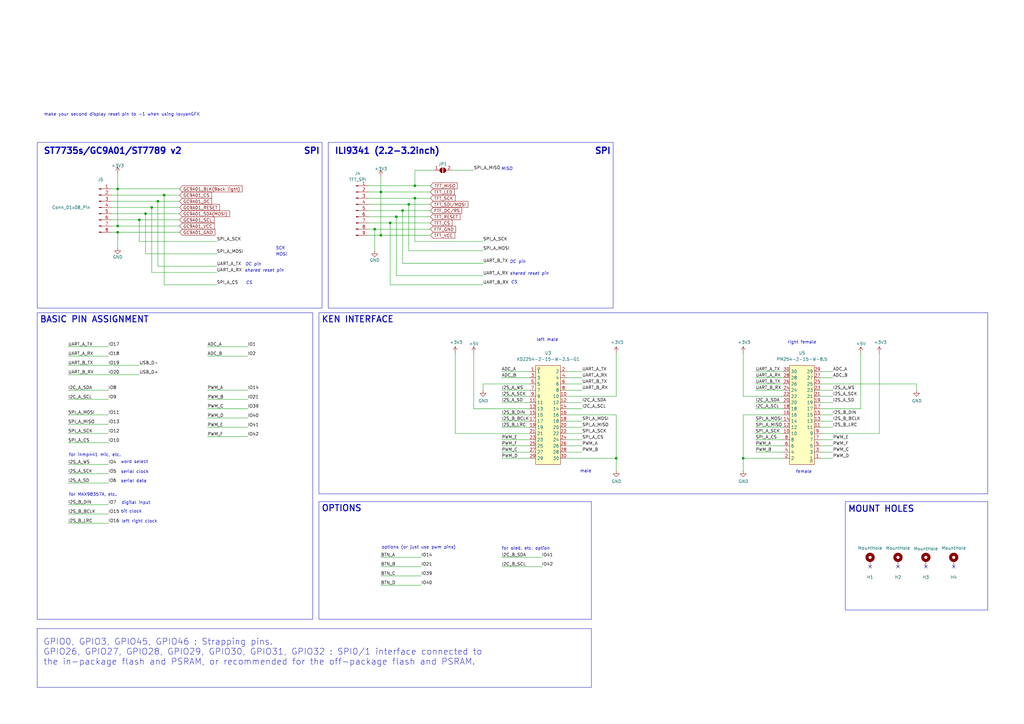
<source format=kicad_sch>
(kicad_sch (version 20250114) (generator "eeschema") (generator_version "9.0")
  (paper "A3")
  (title_block (title "SmartKnob View") (rev "${RELEASE_VERSION}") (company "Scott Bezek") (comment 2 "${COMMIT_DATE_LONG}") (comment 3 "${COMMIT_HASH}"))
  (lib_symbols
    (symbol "Connector:Conn_01x08_Pin" (pin_names (offset 1.016) (hide yes))
      (property "Reference" "J" (at 0 10.16 0))
      (property "Value" "Conn_01x08_Pin" (at 0 -12.7 0))
      (symbol "Conn_01x08_Pin_1_1"
        (rectangle (start 0.8636 7.747) (end 0 7.493) (stroke (width 0.1524)) (fill (type outline)))
        (rectangle (start 0.8636 5.207) (end 0 4.953) (stroke (width 0.1524)) (fill (type outline)))
        (rectangle (start 0.8636 2.667) (end 0 2.413) (stroke (width 0.1524)) (fill (type outline)))
        (rectangle (start 0.8636 0.127) (end 0 -0.127) (stroke (width 0.1524)) (fill (type outline)))
        (rectangle (start 0.8636 -2.413) (end 0 -2.667) (stroke (width 0.1524)) (fill (type outline)))
        (rectangle (start 0.8636 -4.953) (end 0 -5.207) (stroke (width 0.1524)) (fill (type outline)))
        (rectangle (start 0.8636 -7.493) (end 0 -7.747) (stroke (width 0.1524)) (fill (type outline)))
        (rectangle (start 0.8636 -10.033) (end 0 -10.287) (stroke (width 0.1524)) (fill (type outline)))
        (polyline (pts (xy 1.27 7.62) (xy 0.8636 7.62)) (stroke (width 0.1524)))
        (polyline (pts (xy 1.27 5.08) (xy 0.8636 5.08)) (stroke (width 0.1524)))
        (polyline (pts (xy 1.27 2.54) (xy 0.8636 2.54)) (stroke (width 0.1524)))
        (polyline (pts (xy 1.27 0) (xy 0.8636 0)) (stroke (width 0.1524)))
        (polyline (pts (xy 1.27 -2.54) (xy 0.8636 -2.54)) (stroke (width 0.1524)))
        (polyline (pts (xy 1.27 -5.08) (xy 0.8636 -5.08)) (stroke (width 0.1524)))
        (polyline (pts (xy 1.27 -7.62) (xy 0.8636 -7.62)) (stroke (width 0.1524)))
        (polyline (pts (xy 1.27 -10.16) (xy 0.8636 -10.16)) (stroke (width 0.1524)))
        (pin passive line (at 5.08 7.62 180) (length 3.81) (name "Pin_1") (number "1"))
        (pin passive line (at 5.08 5.08 180) (length 3.81) (name "Pin_2") (number "2"))
        (pin passive line (at 5.08 2.54 180) (length 3.81) (name "Pin_3") (number "3"))
        (pin passive line (at 5.08 0 180) (length 3.81) (name "Pin_4") (number "4"))
        (pin passive line (at 5.08 -2.54 180) (length 3.81) (name "Pin_5") (number "5"))
        (pin passive line (at 5.08 -5.08 180) (length 3.81) (name "Pin_6") (number "6"))
        (pin passive line (at 5.08 -7.62 180) (length 3.81) (name "Pin_7") (number "7"))
        (pin passive line (at 5.08 -10.16 180) (length 3.81) (name "Pin_8") (number "8"))
      )
    )
    (symbol "Connector:Conn_01x09_Male" (pin_names (offset 1.016) (hide yes))
      (property "Reference" "J" (at 0 12.7 0))
      (property "Value" "Conn_01x09_Male" (at 0 -12.7 0))
      (symbol "Conn_01x09_Male_1_1"
        (rectangle (start 0.8636 10.287) (end 0 10.033) (stroke (width 0.1524)) (fill (type outline)))
        (rectangle (start 0.8636 7.747) (end 0 7.493) (stroke (width 0.1524)) (fill (type outline)))
        (rectangle (start 0.8636 5.207) (end 0 4.953) (stroke (width 0.1524)) (fill (type outline)))
        (rectangle (start 0.8636 2.667) (end 0 2.413) (stroke (width 0.1524)) (fill (type outline)))
        (rectangle (start 0.8636 0.127) (end 0 -0.127) (stroke (width 0.1524)) (fill (type outline)))
        (rectangle (start 0.8636 -2.413) (end 0 -2.667) (stroke (width 0.1524)) (fill (type outline)))
        (rectangle (start 0.8636 -4.953) (end 0 -5.207) (stroke (width 0.1524)) (fill (type outline)))
        (rectangle (start 0.8636 -7.493) (end 0 -7.747) (stroke (width 0.1524)) (fill (type outline)))
        (rectangle (start 0.8636 -10.033) (end 0 -10.287) (stroke (width 0.1524)) (fill (type outline)))
        (polyline (pts (xy 1.27 10.16) (xy 0.8636 10.16)) (stroke (width 0.1524)))
        (polyline (pts (xy 1.27 7.62) (xy 0.8636 7.62)) (stroke (width 0.1524)))
        (polyline (pts (xy 1.27 5.08) (xy 0.8636 5.08)) (stroke (width 0.1524)))
        (polyline (pts (xy 1.27 2.54) (xy 0.8636 2.54)) (stroke (width 0.1524)))
        (polyline (pts (xy 1.27 0) (xy 0.8636 0)) (stroke (width 0.1524)))
        (polyline (pts (xy 1.27 -2.54) (xy 0.8636 -2.54)) (stroke (width 0.1524)))
        (polyline (pts (xy 1.27 -5.08) (xy 0.8636 -5.08)) (stroke (width 0.1524)))
        (polyline (pts (xy 1.27 -7.62) (xy 0.8636 -7.62)) (stroke (width 0.1524)))
        (polyline (pts (xy 1.27 -10.16) (xy 0.8636 -10.16)) (stroke (width 0.1524)))
        (pin passive line (at 5.08 10.16 180) (length 3.81) (name "Pin_1") (number "1"))
        (pin passive line (at 5.08 7.62 180) (length 3.81) (name "Pin_2") (number "2"))
        (pin passive line (at 5.08 5.08 180) (length 3.81) (name "Pin_3") (number "3"))
        (pin passive line (at 5.08 2.54 180) (length 3.81) (name "Pin_4") (number "4"))
        (pin passive line (at 5.08 0 180) (length 3.81) (name "Pin_5") (number "5"))
        (pin passive line (at 5.08 -2.54 180) (length 3.81) (name "Pin_6") (number "6"))
        (pin passive line (at 5.08 -5.08 180) (length 3.81) (name "Pin_7") (number "7"))
        (pin passive line (at 5.08 -7.62 180) (length 3.81) (name "Pin_8") (number "8"))
        (pin passive line (at 5.08 -10.16 180) (length 3.81) (name "Pin_9") (number "9"))
      )
    )
    (symbol "Jumper:SolderJumper_2_Open" (pin_names (offset 0) (hide yes))
      (property "Reference" "JP" (at 0 2.032 0))
      (property "Value" "SolderJumper_2_Open" (at 0 -2.54 0))
      (symbol "SolderJumper_2_Open_0_1"
        (polyline (pts (xy -0.254 1.016) (xy -0.254 -1.016)))
        (arc (start -0.254 -1.016) (mid -1.2656 0) (end -0.254 1.016))
        (arc (start -0.254 -1.016) (mid -1.2656 0) (end -0.254 1.016) (fill (type outline)))
        (arc (start 0.254 1.016) (mid 1.2656 0) (end 0.254 -1.016))
        (arc (start 0.254 1.016) (mid 1.2656 0) (end 0.254 -1.016) (fill (type outline)))
        (polyline (pts (xy 0.254 1.016) (xy 0.254 -1.016)))
      )
      (symbol "SolderJumper_2_Open_1_1"
        (pin passive line (at -3.81 0 0) (length 2.54) (name "A") (number "1"))
        (pin passive line (at 3.81 0 180) (length 2.54) (name "B") (number "2"))
      )
    )
    (symbol "Mechanical:MountingHole_Pad" (pin_numbers (hide yes)) (pin_names (offset 1.016) (hide yes))
      (property "Reference" "H" (at 0 6.35 0))
      (property "Value" "MountingHole_Pad" (at 0 4.445 0))
      (symbol "MountingHole_Pad_0_1"
        (circle (center 0 1.27) (radius 1.27) (stroke (width 1.27)))
      )
      (symbol "MountingHole_Pad_1_1"
        (pin input line (at 0 -2.54 90) (length 2.54) (name "1") (number "1"))
      )
    )
    (symbol "PM254-2-15-W-8.5:PM254-2-15-W-8.5"
      (property "Reference" "U" (at 0 22.86 0))
      (property "Value" "PM254-2-15-W-8.5" (at 0 -22.86 0))
      (symbol "PM254-2-15-W-8.5_0_1"
        (rectangle (start -5.08 20.32) (end 5.08 -20.32) (fill (type background)))
        (circle (center -3.81 19.05) (radius 0.38))
        (pin unspecified line (at -7.62 17.78 0) (length 2.54) (name "1") (number "1"))
        (pin unspecified line (at -7.62 15.24 0) (length 2.54) (name "3") (number "3"))
        (pin unspecified line (at -7.62 12.7 0) (length 2.54) (name "5") (number "5"))
        (pin unspecified line (at -7.62 10.16 0) (length 2.54) (name "7") (number "7"))
        (pin unspecified line (at -7.62 7.62 0) (length 2.54) (name "9") (number "9"))
        (pin unspecified line (at -7.62 5.08 0) (length 2.54) (name "11") (number "11"))
        (pin unspecified line (at -7.62 2.54 0) (length 2.54) (name "13") (number "13"))
        (pin unspecified line (at -7.62 0 0) (length 2.54) (name "15") (number "15"))
        (pin unspecified line (at -7.62 -2.54 0) (length 2.54) (name "17") (number "17"))
        (pin unspecified line (at -7.62 -5.08 0) (length 2.54) (name "19") (number "19"))
        (pin unspecified line (at -7.62 -7.62 0) (length 2.54) (name "21") (number "21"))
        (pin unspecified line (at -7.62 -10.16 0) (length 2.54) (name "23") (number "23"))
        (pin unspecified line (at -7.62 -12.7 0) (length 2.54) (name "25") (number "25"))
        (pin unspecified line (at -7.62 -15.24 0) (length 2.54) (name "27") (number "27"))
        (pin unspecified line (at -7.62 -17.78 0) (length 2.54) (name "29") (number "29"))
        (pin unspecified line (at 7.62 17.78 180) (length 2.54) (name "2") (number "2"))
        (pin unspecified line (at 7.62 15.24 180) (length 2.54) (name "4") (number "4"))
        (pin unspecified line (at 7.62 12.7 180) (length 2.54) (name "6") (number "6"))
        (pin unspecified line (at 7.62 10.16 180) (length 2.54) (name "8") (number "8"))
        (pin unspecified line (at 7.62 7.62 180) (length 2.54) (name "10") (number "10"))
        (pin unspecified line (at 7.62 5.08 180) (length 2.54) (name "12") (number "12"))
        (pin unspecified line (at 7.62 2.54 180) (length 2.54) (name "14") (number "14"))
        (pin unspecified line (at 7.62 0 180) (length 2.54) (name "16") (number "16"))
        (pin unspecified line (at 7.62 -2.54 180) (length 2.54) (name "18") (number "18"))
        (pin unspecified line (at 7.62 -5.08 180) (length 2.54) (name "20") (number "20"))
        (pin unspecified line (at 7.62 -7.62 180) (length 2.54) (name "22") (number "22"))
        (pin unspecified line (at 7.62 -10.16 180) (length 2.54) (name "24") (number "24"))
        (pin unspecified line (at 7.62 -12.7 180) (length 2.54) (name "26") (number "26"))
        (pin unspecified line (at 7.62 -15.24 180) (length 2.54) (name "28") (number "28"))
        (pin unspecified line (at 7.62 -17.78 180) (length 2.54) (name "30") (number "30"))
      )
    )
    (symbol "XDZ254-2-15-W-2.5-G1:XDZ254-2-15-W-2.5-G1"
      (property "Reference" "U" (at 0 22.86 0))
      (property "Value" "XDZ254-2-15-W-2.5-G1" (at 0 -22.86 0))
      (symbol "XDZ254-2-15-W-2.5-G1_0_1"
        (rectangle (start -5.08 20.32) (end 5.08 -20.32) (fill (type background)))
        (circle (center -3.81 19.05) (radius 0.38))
        (pin unspecified line (at -7.62 17.78 0) (length 2.54) (name "1") (number "1"))
        (pin unspecified line (at -7.62 15.24 0) (length 2.54) (name "3") (number "3"))
        (pin unspecified line (at -7.62 12.7 0) (length 2.54) (name "5") (number "5"))
        (pin unspecified line (at -7.62 10.16 0) (length 2.54) (name "7") (number "7"))
        (pin unspecified line (at -7.62 7.62 0) (length 2.54) (name "9") (number "9"))
        (pin unspecified line (at -7.62 5.08 0) (length 2.54) (name "11") (number "11"))
        (pin unspecified line (at -7.62 2.54 0) (length 2.54) (name "13") (number "13"))
        (pin unspecified line (at -7.62 0 0) (length 2.54) (name "15") (number "15"))
        (pin unspecified line (at -7.62 -2.54 0) (length 2.54) (name "17") (number "17"))
        (pin unspecified line (at -7.62 -5.08 0) (length 2.54) (name "19") (number "19"))
        (pin unspecified line (at -7.62 -7.62 0) (length 2.54) (name "21") (number "21"))
        (pin unspecified line (at -7.62 -10.16 0) (length 2.54) (name "23") (number "23"))
        (pin unspecified line (at -7.62 -12.7 0) (length 2.54) (name "25") (number "25"))
        (pin unspecified line (at -7.62 -15.24 0) (length 2.54) (name "27") (number "27"))
        (pin unspecified line (at -7.62 -17.78 0) (length 2.54) (name "29") (number "29"))
        (pin unspecified line (at 7.62 17.78 180) (length 2.54) (name "2") (number "2"))
        (pin unspecified line (at 7.62 15.24 180) (length 2.54) (name "4") (number "4"))
        (pin unspecified line (at 7.62 12.7 180) (length 2.54) (name "6") (number "6"))
        (pin unspecified line (at 7.62 10.16 180) (length 2.54) (name "8") (number "8"))
        (pin unspecified line (at 7.62 7.62 180) (length 2.54) (name "10") (number "10"))
        (pin unspecified line (at 7.62 5.08 180) (length 2.54) (name "12") (number "12"))
        (pin unspecified line (at 7.62 2.54 180) (length 2.54) (name "14") (number "14"))
        (pin unspecified line (at 7.62 0 180) (length 2.54) (name "16") (number "16"))
        (pin unspecified line (at 7.62 -2.54 180) (length 2.54) (name "18") (number "18"))
        (pin unspecified line (at 7.62 -5.08 180) (length 2.54) (name "20") (number "20"))
        (pin unspecified line (at 7.62 -7.62 180) (length 2.54) (name "22") (number "22"))
        (pin unspecified line (at 7.62 -10.16 180) (length 2.54) (name "24") (number "24"))
        (pin unspecified line (at 7.62 -12.7 180) (length 2.54) (name "26") (number "26"))
        (pin unspecified line (at 7.62 -15.24 180) (length 2.54) (name "28") (number "28"))
        (pin unspecified line (at 7.62 -17.78 180) (length 2.54) (name "30") (number "30"))
      )
    )
    (symbol "power:+3.3V" (power) (pin_names (offset 0))
      (property "Value" "+3.3V" (at 0 3.556 0))
      (symbol "+3.3V_0_1"
        (polyline (pts (xy -0.762 1.27) (xy 0 2.54)))
        (polyline (pts (xy 0 2.54) (xy 0.762 1.27)))
        (polyline (pts (xy 0 0) (xy 0 2.54)))
      )
      (symbol "+3.3V_1_1"
        (pin power_in line (at 0 0 90) (length 0) (hide yes) (name "+3V3") (number "1"))
      )
    )
    (symbol "power:+5V" (power) (pin_names (offset 0))
      (property "Value" "+5V" (at 0 3.556 0))
      (symbol "+5V_0_1"
        (polyline (pts (xy -0.762 1.27) (xy 0 2.54)))
        (polyline (pts (xy 0 2.54) (xy 0.762 1.27)))
        (polyline (pts (xy 0 0) (xy 0 2.54)))
      )
      (symbol "+5V_1_1"
        (pin power_in line (at 0 0 90) (length 0) (hide yes) (name "+5V") (number "1"))
      )
    )
    (symbol "power:GND" (power) (pin_names (offset 0))
      (property "Value" "GND" (at 0 -3.81 0))
      (symbol "GND_0_1"
        (polyline (pts (xy 0 0) (xy 0 -1.27) (xy 1.27 -1.27) (xy 0 -2.54) (xy -1.27 -1.27) (xy 0 -1.27)))
      )
      (symbol "GND_1_1"
        (pin power_in line (at 0 0 270) (length 0) (hide yes) (name "GND") (number "1"))
      )
    )
  )
  (rectangle (start 134.62 58.42) (end 251.46 126.365))
  (rectangle (start 346.71 205.74) (end 405.13 250.19))
  (rectangle (start 15.24 257.81) (end 242.57 281.94))
  (rectangle (start 130.81 128.27) (end 405.13 202.565))
  (rectangle (start 130.81 205.74) (end 242.57 254))
  (rectangle (start 15.24 58.42) (end 132.08 126.365))
  (rectangle (start 15.24 128.27) (end 128.27 254))
  (text "shared reset pin" (at 209.042 113.03 0) (effects (font (size 1.27 1.27) (italic yes)) (justify left bottom)))
  (text "for MAX98357A, etc." (at 28.194 202.946 0) (effects (font (size 1.27 1.27)) (justify left)))
  (text "KEN INTERFACE" (at 131.826 132.588 0) (effects (font (size 2.54 2.54) (thickness 0.4013) (bold yes)) (justify left bottom)))
  (text "GPIO0, GPIO3, GPIO45, GPIO46 : Strapping pins.\nGPIO26, GPIO27, GPIO28, GPIO29, GPIO30, GPIO31, GPIO32 : SPI0/1 interface connected to\nthe in-package flash and PSRAM, or recommended for the off-package flash and PSRAM." (at 17.78 261.874 0) (effects (font (size 2.54 2.54)) (justify left top)))
  (text "SCK\n" (at 113.03 102.616 0) (effects (font (size 1.27 1.27) (italic yes)) (justify left bottom)))
  (text "SPI" (at 124.46 63.5 0) (effects (font (size 2.54 2.54) (bold yes)) (justify left bottom)))
  (text "MOUNT HOLES" (at 347.726 210.312 0) (effects (font (size 2.54 2.54) (thickness 0.4013) (bold yes)) (justify left bottom)))
  (text "right female" (at 328.93 140.462 0) (effects (font (size 1.27 1.27))))
  (text "female" (at 329.692 193.548 0) (effects (font (size 1.27 1.27))))
  (text "DC pin" (at 209.042 108.204 0) (effects (font (size 1.27 1.27) (italic yes)) (justify left bottom)))
  (text "word select" (at 49.53 190.246 0) (effects (font (size 1.27 1.27)) (justify left bottom)))
  (text "MISO" (at 205.486 70.104 0) (effects (font (size 1.27 1.27) (italic yes)) (justify left bottom)))
  (text "BASIC PIN ASSIGNMENT" (at 16.256 132.588 0) (effects (font (size 2.54 2.54) (thickness 0.4013) (bold yes)) (justify left bottom)))
  (text "male" (at 240.284 193.294 0) (effects (font (size 1.27 1.27))))
  (text "serial clock" (at 49.53 194.31 0) (effects (font (size 1.27 1.27)) (justify left bottom)))
  (text "shared reset pin" (at 100.33 111.76 0) (effects (font (size 1.27 1.27) (italic yes)) (justify left bottom)))
  (text "left right clock" (at 49.784 214.63 0) (effects (font (size 1.27 1.27)) (justify left bottom)))
  (text "bit clock" (at 49.53 210.566 0) (effects (font (size 1.27 1.27)) (justify left bottom)))
  (text "MOSI" (at 113.03 105.156 0) (effects (font (size 1.27 1.27) (italic yes)) (justify left bottom)))
  (text "left male" (at 224.536 139.446 0) (effects (font (size 1.27 1.27))))
  (text "DC pin" (at 100.584 109.22 0) (effects (font (size 1.27 1.27) (italic yes)) (justify left bottom)))
  (text "OPTIONS" (at 131.826 210.058 0) (effects (font (size 2.54 2.54) (thickness 0.4013) (bold yes)) (justify left bottom)))
  (text "CS" (at 100.838 116.84 0) (effects (font (size 1.27 1.27) (italic yes)) (justify left bottom)))
  (text "SPI" (at 243.84 63.5 0) (effects (font (size 2.54 2.54) (bold yes)) (justify left bottom)))
  (text "ST7735s/GC9A01/ST7789 v2" (at 17.78 63.5 0) (effects (font (size 2.54 2.54) (bold yes)) (justify left bottom)))
  (text "ILI9341 (2.2-3.2inch)" (at 137.16 63.5 0) (effects (font (size 2.54 2.54) (bold yes)) (justify left bottom)))
  (text "options (or just use pwm pins)" (at 156.464 225.298 0) (effects (font (size 1.27 1.27)) (justify left bottom)))
  (text "CS" (at 209.55 116.586 0) (effects (font (size 1.27 1.27) (italic yes)) (justify left bottom)))
  (text "digital input" (at 49.784 207.01 0) (effects (font (size 1.27 1.27)) (justify left bottom)))
  (text "serial data" (at 49.53 198.12 0) (effects (font (size 1.27 1.27)) (justify left bottom)))
  (text "for oled, etc. option" (at 205.74 224.282 0) (effects (font (size 1.27 1.27)) (justify left top)))
  (text "make your second display reset pin to -1 when using lovyanGFX" (at 18.034 47.752 0) (effects (font (size 1.27 1.27)) (justify left bottom)))
  (text "for inmp441 mic, etc." (at 28.194 185.928 0) (effects (font (size 1.27 1.27)) (justify left top)))
  (junction (at 156.21 96.52))
  (junction (at 156.21 78.74))
  (junction (at 252.73 187.96))
  (junction (at 64.77 82.55))
  (junction (at 165.1 86.36))
  (junction (at 170.18 76.2))
  (junction (at 62.23 85.09))
  (junction (at 59.69 87.63))
  (junction (at 167.64 83.82))
  (junction (at 67.31 80.01))
  (junction (at 170.18 81.28))
  (junction (at 48.26 77.47))
  (junction (at 48.26 92.71))
  (junction (at 304.8 187.96))
  (junction (at 153.67 93.98))
  (junction (at 162.56 88.9))
  (junction (at 57.15 90.17))
  (junction (at 160.02 91.44))
  (junction (at 48.26 95.25))
  (no_connect (at 368.3 232.41))
  (no_connect (at 356.87 232.41))
  (no_connect (at 391.16 232.41))
  (no_connect (at 379.73 232.41))
  (wire (pts (xy 151.13 96.52) (xy 156.21 96.52)))
  (wire (pts (xy 170.18 76.2) (xy 176.53 76.2)))
  (wire (pts (xy 170.18 81.28) (xy 170.18 99.06)))
  (wire (pts (xy 162.56 88.9) (xy 162.56 113.03)))
  (wire (pts (xy 252.73 170.18) (xy 232.41 170.18)))
  (wire (pts (xy 252.73 187.96) (xy 252.73 193.04)))
  (wire (pts (xy 186.69 144.78) (xy 186.69 177.8)))
  (wire (pts (xy 27.94 149.86) (xy 57.15 149.86)))
  (wire (pts (xy 165.1 86.36) (xy 176.53 86.36)))
  (wire (pts (xy 156.21 240.03) (xy 172.72 240.03)))
  (wire (pts (xy 27.94 181.61) (xy 44.45 181.61)))
  (wire (pts (xy 217.17 162.56) (xy 205.74 162.56)))
  (wire (pts (xy 238.76 177.8) (xy 232.41 177.8)))
  (wire (pts (xy 156.21 96.52) (xy 176.53 96.52)))
  (wire (pts (xy 309.88 177.8) (xy 321.31 177.8)))
  (wire (pts (xy 198.12 157.48) (xy 198.12 160.02)))
  (wire (pts (xy 151.13 86.36) (xy 165.1 86.36)))
  (wire (pts (xy 309.88 180.34) (xy 321.31 180.34)))
  (wire (pts (xy 160.02 91.44) (xy 160.02 116.84)))
  (wire (pts (xy 217.17 187.96) (xy 205.74 187.96)))
  (wire (pts (xy 336.55 170.18) (xy 341.63 170.18)))
  (wire (pts (xy 238.76 172.72) (xy 232.41 172.72)))
  (wire (pts (xy 217.17 182.88) (xy 205.74 182.88)))
  (wire (pts (xy 27.94 146.05) (xy 44.45 146.05)))
  (wire (pts (xy 336.55 185.42) (xy 341.63 185.42)))
  (wire (pts (xy 85.09 167.64) (xy 101.6 167.64)))
  (wire (pts (xy 57.15 99.06) (xy 57.15 90.17)))
  (wire (pts (xy 321.31 187.96) (xy 304.8 187.96)))
  (wire (pts (xy 309.88 157.48) (xy 321.31 157.48)))
  (wire (pts (xy 309.88 182.88) (xy 321.31 182.88)))
  (wire (pts (xy 304.8 187.96) (xy 304.8 193.04)))
  (wire (pts (xy 85.09 160.02) (xy 101.6 160.02)))
  (wire (pts (xy 304.8 162.56) (xy 321.31 162.56)))
  (wire (pts (xy 336.55 157.48) (xy 375.92 157.48)))
  (wire (pts (xy 153.67 93.98) (xy 176.53 93.98)))
  (wire (pts (xy 217.17 157.48) (xy 198.12 157.48)))
  (wire (pts (xy 217.17 160.02) (xy 205.74 160.02)))
  (wire (pts (xy 309.88 154.94) (xy 321.31 154.94)))
  (wire (pts (xy 45.72 90.17) (xy 57.15 90.17)))
  (wire (pts (xy 45.72 85.09) (xy 62.23 85.09)))
  (wire (pts (xy 309.88 172.72) (xy 321.31 172.72)))
  (wire (pts (xy 151.13 78.74) (xy 156.21 78.74)))
  (wire (pts (xy 27.94 170.18) (xy 44.45 170.18)))
  (wire (pts (xy 59.69 87.63) (xy 73.66 87.63)))
  (wire (pts (xy 48.26 92.71) (xy 73.66 92.71)))
  (wire (pts (xy 62.23 111.76) (xy 88.9 111.76)))
  (wire (pts (xy 336.55 162.56) (xy 341.63 162.56)))
  (wire (pts (xy 238.76 165.1) (xy 232.41 165.1)))
  (wire (pts (xy 309.88 185.42) (xy 321.31 185.42)))
  (wire (pts (xy 156.21 236.22) (xy 172.72 236.22)))
  (wire (pts (xy 48.26 95.25) (xy 73.66 95.25)))
  (wire (pts (xy 238.76 167.64) (xy 232.41 167.64)))
  (wire (pts (xy 360.68 177.8) (xy 336.55 177.8)))
  (wire (pts (xy 336.55 165.1) (xy 341.63 165.1)))
  (wire (pts (xy 336.55 160.02) (xy 341.63 160.02)))
  (wire (pts (xy 194.31 144.78) (xy 194.31 167.64)))
  (wire (pts (xy 238.76 160.02) (xy 232.41 160.02)))
  (wire (pts (xy 217.17 175.26) (xy 205.74 175.26)))
  (wire (pts (xy 27.94 173.99) (xy 44.45 173.99)))
  (wire (pts (xy 336.55 172.72) (xy 341.63 172.72)))
  (wire (pts (xy 160.02 91.44) (xy 176.53 91.44)))
  (wire (pts (xy 156.21 72.39) (xy 156.21 78.74)))
  (wire (pts (xy 57.15 90.17) (xy 73.66 90.17)))
  (wire (pts (xy 205.74 228.6) (xy 222.25 228.6)))
  (wire (pts (xy 309.88 167.64) (xy 321.31 167.64)))
  (wire (pts (xy 217.17 154.94) (xy 205.74 154.94)))
  (wire (pts (xy 353.06 167.64) (xy 336.55 167.64)))
  (wire (pts (xy 217.17 165.1) (xy 205.74 165.1)))
  (wire (pts (xy 57.15 99.06) (xy 88.9 99.06)))
  (wire (pts (xy 309.88 175.26) (xy 321.31 175.26)))
  (wire (pts (xy 167.64 83.82) (xy 167.64 102.87)))
  (wire (pts (xy 309.88 160.02) (xy 321.31 160.02)))
  (wire (pts (xy 165.1 86.36) (xy 165.1 107.95)))
  (wire (pts (xy 48.26 77.47) (xy 73.66 77.47)))
  (wire (pts (xy 170.18 69.85) (xy 177.8 69.85)))
  (wire (pts (xy 44.45 163.83) (xy 27.94 163.83)))
  (wire (pts (xy 62.23 85.09) (xy 62.23 111.76)))
  (wire (pts (xy 170.18 81.28) (xy 176.53 81.28)))
  (wire (pts (xy 336.55 187.96) (xy 341.63 187.96)))
  (wire (pts (xy 151.13 88.9) (xy 162.56 88.9)))
  (wire (pts (xy 170.18 99.06) (xy 198.12 99.06)))
  (wire (pts (xy 45.72 87.63) (xy 59.69 87.63)))
  (wire (pts (xy 64.77 109.22) (xy 88.9 109.22)))
  (wire (pts (xy 217.17 172.72) (xy 205.74 172.72)))
  (wire (pts (xy 67.31 80.01) (xy 73.66 80.01)))
  (wire (pts (xy 252.73 144.78) (xy 252.73 162.56)))
  (wire (pts (xy 156.21 78.74) (xy 176.53 78.74)))
  (wire (pts (xy 165.1 107.95) (xy 198.12 107.95)))
  (wire (pts (xy 170.18 76.2) (xy 170.18 69.85)))
  (wire (pts (xy 151.13 93.98) (xy 153.67 93.98)))
  (wire (pts (xy 67.31 116.84) (xy 88.9 116.84)))
  (wire (pts (xy 217.17 152.4) (xy 205.74 152.4)))
  (wire (pts (xy 238.76 182.88) (xy 232.41 182.88)))
  (wire (pts (xy 48.26 71.12) (xy 48.26 77.47)))
  (wire (pts (xy 59.69 104.14) (xy 59.69 87.63)))
  (wire (pts (xy 64.77 82.55) (xy 73.66 82.55)))
  (wire (pts (xy 27.94 207.01) (xy 44.45 207.01)))
  (wire (pts (xy 27.94 210.82) (xy 44.45 210.82)))
  (wire (pts (xy 85.09 179.07) (xy 101.6 179.07)))
  (wire (pts (xy 252.73 170.18) (xy 252.73 187.96)))
  (wire (pts (xy 252.73 187.96) (xy 232.41 187.96)))
  (wire (pts (xy 85.09 163.83) (xy 101.6 163.83)))
  (wire (pts (xy 45.72 95.25) (xy 48.26 95.25)))
  (wire (pts (xy 162.56 113.03) (xy 198.12 113.03)))
  (wire (pts (xy 27.94 190.5) (xy 44.45 190.5)))
  (wire (pts (xy 238.76 154.94) (xy 232.41 154.94)))
  (wire (pts (xy 217.17 185.42) (xy 205.74 185.42)))
  (wire (pts (xy 336.55 152.4) (xy 341.63 152.4)))
  (wire (pts (xy 85.09 175.26) (xy 101.6 175.26)))
  (wire (pts (xy 151.13 76.2) (xy 170.18 76.2)))
  (wire (pts (xy 27.94 198.12) (xy 44.45 198.12)))
  (wire (pts (xy 85.09 146.05) (xy 101.6 146.05)))
  (wire (pts (xy 238.76 152.4) (xy 232.41 152.4)))
  (wire (pts (xy 205.74 232.41) (xy 222.25 232.41)))
  (wire (pts (xy 309.88 152.4) (xy 321.31 152.4)))
  (wire (pts (xy 238.76 175.26) (xy 232.41 175.26)))
  (wire (pts (xy 64.77 109.22) (xy 64.77 82.55)))
  (wire (pts (xy 59.69 104.14) (xy 88.9 104.14)))
  (wire (pts (xy 238.76 185.42) (xy 232.41 185.42)))
  (wire (pts (xy 238.76 180.34) (xy 232.41 180.34)))
  (wire (pts (xy 353.06 144.78) (xy 353.06 167.64)))
  (wire (pts (xy 321.31 170.18) (xy 304.8 170.18)))
  (wire (pts (xy 167.64 83.82) (xy 176.53 83.82)))
  (wire (pts (xy 167.64 102.87) (xy 198.12 102.87)))
  (wire (pts (xy 375.92 157.48) (xy 375.92 160.02)))
  (wire (pts (xy 336.55 182.88) (xy 341.63 182.88)))
  (wire (pts (xy 45.72 82.55) (xy 64.77 82.55)))
  (wire (pts (xy 360.68 144.78) (xy 360.68 177.8)))
  (wire (pts (xy 27.94 160.02) (xy 44.45 160.02)))
  (wire (pts (xy 309.88 165.1) (xy 321.31 165.1)))
  (wire (pts (xy 162.56 88.9) (xy 176.53 88.9)))
  (wire (pts (xy 48.26 95.25) (xy 48.26 101.6)))
  (wire (pts (xy 304.8 144.78) (xy 304.8 162.56)))
  (wire (pts (xy 238.76 157.48) (xy 232.41 157.48)))
  (wire (pts (xy 160.02 116.84) (xy 198.12 116.84)))
  (wire (pts (xy 185.42 69.85) (xy 194.31 69.85)))
  (wire (pts (xy 27.94 142.24) (xy 44.45 142.24)))
  (wire (pts (xy 27.94 194.31) (xy 44.45 194.31)))
  (wire (pts (xy 156.21 96.52) (xy 156.21 78.74)))
  (wire (pts (xy 85.09 142.24) (xy 101.6 142.24)))
  (wire (pts (xy 304.8 170.18) (xy 304.8 187.96)))
  (wire (pts (xy 156.21 228.6) (xy 172.72 228.6)))
  (wire (pts (xy 186.69 177.8) (xy 217.17 177.8)))
  (wire (pts (xy 62.23 85.09) (xy 73.66 85.09)))
  (wire (pts (xy 48.26 77.47) (xy 48.26 92.71)))
  (wire (pts (xy 194.31 167.64) (xy 217.17 167.64)))
  (wire (pts (xy 336.55 154.94) (xy 341.63 154.94)))
  (wire (pts (xy 336.55 175.26) (xy 341.63 175.26)))
  (wire (pts (xy 85.09 171.45) (xy 101.6 171.45)))
  (wire (pts (xy 67.31 80.01) (xy 67.31 116.84)))
  (wire (pts (xy 45.72 80.01) (xy 67.31 80.01)))
  (wire (pts (xy 217.17 170.18) (xy 205.74 170.18)))
  (wire (pts (xy 151.13 81.28) (xy 170.18 81.28)))
  (wire (pts (xy 27.94 214.63) (xy 44.45 214.63)))
  (wire (pts (xy 252.73 162.56) (xy 232.41 162.56)))
  (wire (pts (xy 45.72 77.47) (xy 48.26 77.47)))
  (wire (pts (xy 45.72 92.71) (xy 48.26 92.71)))
  (wire (pts (xy 217.17 180.34) (xy 205.74 180.34)))
  (wire (pts (xy 336.55 180.34) (xy 341.63 180.34)))
  (wire (pts (xy 156.21 232.41) (xy 172.72 232.41)))
  (wire (pts (xy 151.13 83.82) (xy 167.64 83.82)))
  (wire (pts (xy 151.13 91.44) (xy 160.02 91.44)))
  (wire (pts (xy 27.94 177.8) (xy 44.45 177.8)))
  (wire (pts (xy 27.94 153.67) (xy 57.15 153.67)))
  (wire (pts (xy 153.67 93.98) (xy 153.67 102.87)))
  (label "UART_B_RX" (at 238.76 160.02 0))
  (label "PWM_E" (at 205.74 180.34 0))
  (label "SPI_A_SCK" (at 88.9 99.06 0))
  (label "I2S_A_WS" (at 27.94 190.5 0))
  (label "ADC_B" (at 85.09 146.05 0))
  (label "UART_A_RX" (at 198.12 113.03 0))
  (label "BTN_A" (at 156.21 228.6 0))
  (label "UART_B_TX" (at 309.88 157.48 0))
  (label "BTN_D" (at 156.21 240.03 0))
  (label "IO40" (at 101.6 171.45 0))
  (label "IO41" (at 101.6 175.26 0))
  (label "SPI_A_MOSI" (at 238.76 172.72 0))
  (label "UART_A_TX" (at 88.9 109.22 0))
  (label "PWM_D" (at 85.09 171.45 0))
  (label "IO1" (at 101.6 142.24 0))
  (label "SPI_A_SCK" (at 198.12 99.06 0))
  (label "I2S_A_SD" (at 27.94 198.12 0))
  (label "UART_B_RX" (at 27.94 153.67 0))
  (label "ADC_A" (at 205.74 152.4 0))
  (label "UART_A_RX" (at 27.94 146.05 0))
  (label "IO39" (at 101.6 167.64 0))
  (label "I2S_B_LRC" (at 27.94 214.63 0))
  (label "PWM_A" (at 85.09 160.02 0))
  (label "PWM_F" (at 85.09 179.07 0))
  (label "I2S_B_LRC" (at 205.74 175.26 0))
  (label "I2S_A_SCK" (at 341.63 162.56 0))
  (label "UART_B_TX" (at 238.76 157.48 0))
  (label "PWM_F" (at 341.63 182.88 0))
  (label "I2S_A_SCK" (at 27.94 194.31 0))
  (label "UART_A_TX" (at 309.88 152.4 0))
  (label "SPI_A_SCK" (at 309.88 177.8 0))
  (label "UART_A_RX" (at 238.76 154.94 0))
  (label "UART_A_RX" (at 88.9 111.76 0))
  (label "PWM_E" (at 341.63 180.34 0))
  (label "I2S_B_DIN" (at 27.94 207.01 0))
  (label "IO10" (at 44.45 181.61 0))
  (label "PWM_C" (at 341.63 185.42 0))
  (label "ADC_B" (at 341.63 154.94 0))
  (label "IO16" (at 44.45 214.63 0))
  (label "I2S_A_WS" (at 341.63 160.02 0))
  (label "I2C_A_SDA" (at 309.88 165.1 0))
  (label "PWM_A" (at 309.88 182.88 0))
  (label "PWM_C" (at 85.09 167.64 0))
  (label "IO13" (at 44.45 173.99 0))
  (label "SPI_A_CS" (at 27.94 181.61 0))
  (label "SPI_A_MOSI" (at 88.9 104.14 0))
  (label "PWM_B" (at 238.76 185.42 0))
  (label "I2S_A_SD" (at 205.74 165.1 0))
  (label "IO5" (at 44.45 194.31 0))
  (label "ADC_B" (at 205.74 154.94 0))
  (label "I2S_A_WS" (at 205.74 160.02 0))
  (label "IO20" (at 44.45 153.67 0))
  (label "IO8" (at 44.45 160.02 0))
  (label "SPI_A_MISO" (at 238.76 175.26 0))
  (label "IO6" (at 44.45 198.12 0))
  (label "I2S_B_BCLK" (at 341.63 172.72 0))
  (label "PWM_C" (at 205.74 185.42 0))
  (label "I2S_B_BCLK" (at 205.74 172.72 0))
  (label "SPI_A_SCK" (at 27.94 177.8 0))
  (label "I2S_A_SCK" (at 205.74 162.56 0))
  (label "USB_D-" (at 57.15 149.86 0))
  (label "PWM_D" (at 341.63 187.96 0))
  (label "IO7" (at 44.45 207.01 0))
  (label "PWM_B" (at 85.09 163.83 0))
  (label "BTN_C" (at 156.21 236.22 0))
  (label "IO39" (at 172.72 236.22 0))
  (label "I2S_B_DIN" (at 341.63 170.18 0))
  (label "UART_B_TX" (at 27.94 149.86 0))
  (label "SPI_A_MISO" (at 27.94 173.99 0))
  (label "I2C_A_SCL" (at 309.88 167.64 0))
  (label "IO9" (at 44.45 163.83 0))
  (label "PWM_E" (at 85.09 175.26 0))
  (label "PWM_D" (at 205.74 187.96 0))
  (label "IO18" (at 44.45 146.05 0))
  (label "IO11" (at 44.45 170.18 0))
  (label "UART_B_TX" (at 198.12 107.95 0))
  (label "I2C_B_SCL" (at 205.74 232.41 0))
  (label "SPI_A_MOSI" (at 198.12 102.87 0))
  (label "UART_B_RX" (at 198.12 116.84 0))
  (label "I2S_B_BCLK" (at 27.94 210.82 0))
  (label "I2C_A_SDA" (at 27.94 160.02 0))
  (label "SPI_A_SCK" (at 238.76 177.8 0))
  (label "SPI_A_MOSI" (at 27.94 170.18 0))
  (label "SPI_A_CS" (at 238.76 180.34 0))
  (label "I2S_B_LRC" (at 341.63 175.26 0))
  (label "IO41" (at 222.25 228.6 0))
  (label "SPI_A_MISO" (at 309.88 175.26 0))
  (label "IO15" (at 44.45 210.82 0))
  (label "SPI_A_CS" (at 88.9 116.84 0))
  (label "I2C_A_SCL" (at 238.76 167.64 0))
  (label "SPI_A_CS" (at 309.88 180.34 0))
  (label "UART_A_RX" (at 309.88 154.94 0))
  (label "PWM_B" (at 309.88 185.42 0))
  (label "IO12" (at 44.45 177.8 0))
  (label "UART_B_RX" (at 309.88 160.02 0))
  (label "I2S_A_SD" (at 341.63 165.1 0))
  (label "USB_D+" (at 57.15 153.67 0))
  (label "SPI_A_MISO" (at 194.31 69.85 0))
  (label "PWM_A" (at 238.76 182.88 0))
  (label "ADC_A" (at 341.63 152.4 0))
  (label "BTN_B" (at 156.21 232.41 0))
  (label "IO4" (at 44.45 190.5 0))
  (label "IO42" (at 101.6 179.07 0))
  (label "I2C_A_SCL" (at 27.94 163.83 0))
  (label "ADC_A" (at 85.09 142.24 0))
  (label "I2C_A_SDA" (at 238.76 165.1 0))
  (label "PWM_F" (at 205.74 182.88 0))
  (label "IO14" (at 172.72 228.6 0))
  (label "SPI_A_MOSI" (at 309.88 172.72 0))
  (label "I2S_B_DIN" (at 205.74 170.18 0))
  (label "IO2" (at 101.6 146.05 0))
  (label "IO14" (at 101.6 160.02 0))
  (label "IO19" (at 44.45 149.86 0))
  (label "IO21" (at 172.72 232.41 0))
  (label "UART_A_TX" (at 27.94 142.24 0))
  (label "IO21" (at 101.6 163.83 0))
  (label "IO42" (at 222.25 232.41 0))
  (label "IO40" (at 172.72 240.03 0))
  (label "UART_A_TX" (at 238.76 152.4 0))
  (label "IO17" (at 44.45 142.24 0))
  (label "I2C_B_SDA" (at 205.74 228.6 0))
  (global_label "GC9A01_BLK(Back light)" (shape input) (at 73.66 77.47 0) (property "Intersheetrefs" "${INTERSHEET_REFS}" (effects (hide yes))))
  (global_label "GC9A01_SDA(MOSI)" (shape input) (at 73.66 87.63 0) (property "Intersheetrefs" "${INTERSHEET_REFS}" (effects (hide yes))))
  (global_label "GC9A01_CS" (shape input) (at 73.66 80.01 0) (property "Intersheetrefs" "${INTERSHEET_REFS}" (effects (hide yes))))
  (global_label "GC9A01_VCC" (shape input) (at 73.66 92.71 0) (property "Intersheetrefs" "${INTERSHEET_REFS}" (effects (hide yes))))
  (global_label "TFT_VCC" (shape input) (at 176.53 96.52 0) (property "Intersheetrefs" "${INTERSHEET_REFS}" (effects (hide yes))))
  (global_label "TFT_LED" (shape input) (at 176.53 78.74 0) (property "Intersheetrefs" "${INTERSHEET_REFS}" (effects (hide yes))))
  (global_label "GC9A01_GND" (shape input) (at 73.66 95.25 0) (property "Intersheetrefs" "${INTERSHEET_REFS}" (effects (hide yes))))
  (global_label "GC9A01_RESET" (shape input) (at 73.66 85.09 0) (property "Intersheetrefs" "${INTERSHEET_REFS}" (effects (hide yes))))
  (global_label "TFT_MISO" (shape input) (at 176.53 76.2 0) (effects (font (italic yes))) (property "Intersheetrefs" "${INTERSHEET_REFS}" (effects (hide yes))))
  (global_label "TFT_CS" (shape input) (at 176.53 91.44 0) (property "Intersheetrefs" "${INTERSHEET_REFS}" (effects (hide yes))))
  (global_label "GC9A01_SCL" (shape input) (at 73.66 90.17 0) (property "Intersheetrefs" "${INTERSHEET_REFS}" (effects (hide yes))))
  (global_label "TFT_SCK" (shape input) (at 176.53 81.28 0) (property "Intersheetrefs" "${INTERSHEET_REFS}" (effects (hide yes))))
  (global_label "TFT_RESET" (shape input) (at 176.53 88.9 0) (property "Intersheetrefs" "${INTERSHEET_REFS}" (effects (hide yes))))
  (global_label "TFT_SDI{slash}MOSI" (shape input) (at 176.53 83.82 0) (property "Intersheetrefs" "${INTERSHEET_REFS}" (effects (hide yes))))
  (global_label "FTF_DC{slash}RS" (shape input) (at 176.53 86.36 0) (property "Intersheetrefs" "${INTERSHEET_REFS}" (effects (hide yes))))
  (global_label "FTF_GND" (shape input) (at 176.53 93.98 0) (property "Intersheetrefs" "${INTERSHEET_REFS}" (effects (hide yes))))
  (global_label "GC9A01_DC" (shape input) (at 73.66 82.55 0) (property "Intersheetrefs" "${INTERSHEET_REFS}" (effects (hide yes))))
  (symbol (lib_id "Mechanical:MountingHole_Pad") (at 356.87 229.87 0) (unit 1)
    (property "Reference" "H1" (at 356.87 236.728 0))
    (property "Value" "MountHole" (at 356.87 224.79 0))
    (property "Footprint" "MountingHole:MountingHole_3.2mm_M3_DIN965_Pad" (effects (hide yes)))
    (property "Note" "Screw: M2x5 (pan/round); Nut: M2 hex. LCSC min qty 50 (but still very cheap)" (effects (hide yes)))
    (property "LCSC" "C2911210 or C2911532 (screw), C2961595 (nut)" (effects (hide yes)))
  )
  (symbol (lib_id "Mechanical:MountingHole_Pad") (at 368.3 229.87 0) (unit 1)
    (property "Reference" "H2" (at 368.3 236.728 0))
    (property "Value" "MountHole" (at 368.3 224.79 0))
    (property "Footprint" "MountingHole:MountingHole_3.2mm_M3_DIN965_Pad" (effects (hide yes)))
    (property "Note" "Screw: M2x5 (pan/round); Nut: M2 hex. LCSC min qty 50 (but still very cheap)" (effects (hide yes)))
    (property "LCSC" "C2911210 or C2911532 (screw), C2961595 (nut)" (effects (hide yes)))
  )
  (symbol (lib_id "Mechanical:MountingHole_Pad") (at 379.73 229.87 0) (unit 1)
    (property "Reference" "H3" (at 379.73 236.728 0))
    (property "Value" "MountHole" (at 379.73 225.044 0))
    (property "Footprint" "MountingHole:MountingHole_3.2mm_M3_DIN965_Pad" (effects (hide yes)))
    (property "Note" "Screw: M2x5 (pan/round); Nut: M2 hex. LCSC min qty 50 (but still very cheap)" (effects (hide yes)))
    (property "LCSC" "C2911210 or C2911532 (screw), C2961595 (nut)" (effects (hide yes)))
  )
  (symbol (lib_id "Mechanical:MountingHole_Pad") (at 391.16 229.87 0) (unit 1)
    (property "Reference" "H4" (at 391.16 236.728 0))
    (property "Value" "MountHole" (at 391.16 224.79 0))
    (property "Footprint" "MountingHole:MountingHole_3.2mm_M3_DIN965_Pad" (effects (hide yes)))
    (property "Note" "Screw: M2x5 (pan/round); Nut: M2 hex. LCSC min qty 50 (but still very cheap)" (effects (hide yes)))
    (property "LCSC" "C2911210 or C2911532 (screw), C2961595 (nut)" (effects (hide yes)))
  )
  (symbol (lib_id "XDZ254-2-15-W-2.5-G1:XDZ254-2-15-W-2.5-G1") (at 224.79 170.18 0) (unit 1)
    (property "Reference" "U3" (at 224.79 144.78 0))
    (property "Value" "XDZ254-2-15-W-2.5-G1" (at 224.79 147.32 0))
    (property "Footprint" "XDZ254-2-15-W-2.5-G1:HDR-TH_30P-P2.54-H-M-R2-C15-S2.54-N" (effects (hide yes)))
    (property "LCSC Part" "C18905913" (effects (hide yes)))
  )
  (symbol (lib_id "power:+3.3V") (at 48.26 71.12 0) (unit 1)
    (property "Reference" "#PWR0106" (effects (hide yes)))
    (property "Value" "+3V3" (at 48.26 67.945 0))
  )
  (symbol (lib_id "power:+3.3V") (at 304.8 144.78 0) (unit 1)
    (property "Reference" "#PWR016" (effects (hide yes)))
    (property "Value" "+3V3" (at 305.181 140.3858 0))
  )
  (symbol (lib_id "power:GND") (at 198.12 160.02 0) (unit 1)
    (property "Reference" "#PWR024" (effects (hide yes)))
    (property "Value" "GND" (at 198.247 164.4142 0))
  )
  (symbol (lib_id "PM254-2-15-W-8.5:PM254-2-15-W-8.5") (at 328.93 170.18 180) (unit 1)
    (property "Reference" "U5" (at 328.93 144.78 0))
    (property "Value" "PM254-2-15-W-8.5" (at 328.93 147.32 0))
    (property "Footprint" "PM254-2-15-W-8.5:HDR-TH_30P-P2.54-H-F-R2-C15-W8.5" (effects (hide yes)))
    (property "LCSC Part" "C2897435" (effects (hide yes)))
  )
  (symbol (lib_id "power:+5V") (at 194.31 144.78 0) (unit 1)
    (property "Reference" "#PWR022" (effects (hide yes)))
    (property "Value" "+5V" (at 194.31 140.97 0))
  )
  (symbol (lib_id "power:GND") (at 153.67 102.87 0) (unit 1)
    (property "Reference" "#PWR026" (effects (hide yes)))
    (property "Value" "GND" (at 153.67 106.68 0))
  )
  (symbol (lib_id "power:+3.3V") (at 360.68 144.78 0) (unit 1)
    (property "Reference" "#PWR018" (effects (hide yes)))
    (property "Value" "+3V3" (at 361.061 140.3858 0))
  )
  (symbol (lib_id "power:+3.3V") (at 252.73 144.78 0) (unit 1)
    (property "Reference" "#PWR020" (effects (hide yes)))
    (property "Value" "+3V3" (at 253.111 140.3858 0))
  )
  (symbol (lib_id "power:GND") (at 375.92 160.02 0) (unit 1)
    (property "Reference" "#PWR017" (effects (hide yes)))
    (property "Value" "GND" (at 376.047 164.4142 0))
  )
  (symbol (lib_id "power:+3.3V") (at 156.21 72.39 0) (unit 1)
    (property "Reference" "#PWR027" (effects (hide yes)))
    (property "Value" "+3V3" (at 156.21 69.215 0))
  )
  (symbol (lib_id "Connector:Conn_01x08_Pin") (at 40.64 85.09 0) (unit 1)
    (property "Reference" "J5" (at 41.275 73.66 0))
    (property "Value" "Conn_01x08_Pin" (at 29.21 85.09 0))
    (property "Footprint" "Connector_PinHeader_2.54mm:PinHeader_1x08_P2.54mm_Vertical" (effects (hide yes)))
  )
  (symbol (lib_id "power:GND") (at 48.26 101.6 0) (unit 1)
    (property "Reference" "#PWR0107" (effects (hide yes)))
    (property "Value" "GND" (at 48.26 105.41 0))
  )
  (symbol (lib_id "power:GND") (at 304.8 193.04 0) (unit 1)
    (property "Reference" "#PWR015" (effects (hide yes)))
    (property "Value" "GND" (at 304.927 197.4342 0))
  )
  (symbol (lib_id "power:+3.3V") (at 186.69 144.78 0) (unit 1)
    (property "Reference" "#PWR023" (effects (hide yes)))
    (property "Value" "+3V3" (at 187.071 140.3858 0))
  )
  (symbol (lib_id "power:GND") (at 252.73 193.04 0) (unit 1)
    (property "Reference" "#PWR021" (effects (hide yes)))
    (property "Value" "GND" (at 252.857 197.4342 0))
  )
  (symbol (lib_id "Jumper:SolderJumper_2_Open") (at 181.61 69.85 0) (unit 1)
    (property "Reference" "JP1" (at 181.61 67.31 0))
    (property "Value" "SolderJumper_2_Open" (effects (hide yes)))
    (property "Footprint" "Jumper:SolderJumper-2_P1.3mm_Open_RoundedPad1.0x1.5mm" (effects (hide yes)))
  )
  (symbol (lib_id "power:+5V") (at 353.06 144.78 0) (unit 1)
    (property "Reference" "#PWR019" (effects (hide yes)))
    (property "Value" "+5V" (at 353.06 140.97 0))
  )
  (symbol (lib_id "Connector:Conn_01x09_Male") (at 146.05 86.36 0) (unit 1)
    (property "Reference" "J4" (at 146.685 71.12 0))
    (property "Value" "TFT_SPI" (at 146.685 73.66 0))
    (property "Footprint" "Connector_PinHeader_2.54mm:PinHeader_1x09_P2.54mm_Vertical" (effects (hide yes)))
  )
)
</source>
